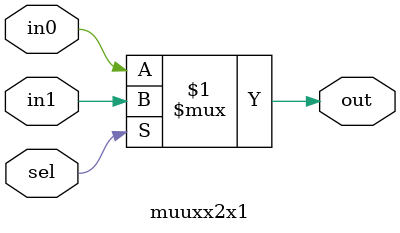
<source format=v>
`timescale 1ns / 1ps
module mux9x1using2x1mux(input i0,i1,i2,i3,i4,i5,i6,i7,i8,input s3,s2,s1,s0,output wire out);
wire t1,t2,t3,t4,t5,t6,t7;
muuxx2x1 w1(i0,i1,s0,t1);
muuxx2x1 w2(i2,i3,s0,t2);
muuxx2x1 w3(i4,i5,s0,t3);
muuxx2x1 w4(i6,i7,s0,t4);
muuxx2x1 w5(t1,t2,s1,t5);
muuxx2x1 w6(t3,t4,s1,t6);
muuxx2x1 w7(t5,t6,s2,t7);
muuxx2x1 w8(t7,i8,s3,out);
endmodule
module muuxx2x1(input in0,in1,input sel,output out);
assign out=sel?in1:in0;
endmodule

</source>
